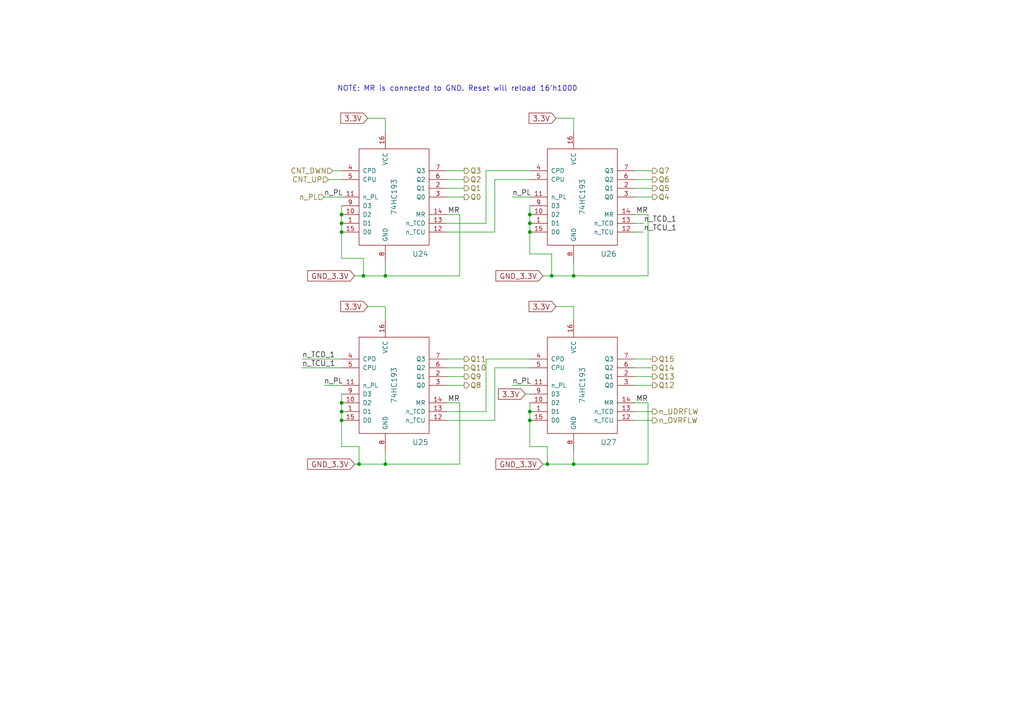
<source format=kicad_sch>
(kicad_sch (version 20230121) (generator eeschema)
  (paper "A4")
  (title_block (date "30 jan 2016"))
  (lib_symbols
    (symbol "arm_board-rescue:74HC193" (pin_names (offset 1.016))
      (property "Reference" "U" (at 7.62 -16.51 0))
      (property "Value" "74HC193" (at 0 0 90))
      (symbol "74HC193_0_1"
        (rectangle (start -10.16 13.97) (end 10.16 -13.97))
      )
      (symbol "74HC193_1_1"
        (pin input line (at -15.24 -7.62 0) (length 5.08) (name "D1") (number "1"))
        (pin input line (at -15.24 -5.08 0) (length 5.08) (name "D2") (number "10"))
        (pin input line (at -15.24 0 0) (length 5.08) (name "n_PL") (number "11"))
        (pin input line (at 15.24 -10.16 180) (length 5.08) (name "n_TCU") (number "12"))
        (pin input line (at 15.24 -7.62 180) (length 5.08) (name "n_TCD") (number "13"))
        (pin input line (at 15.24 -5.08 180) (length 5.08) (name "MR") (number "14"))
        (pin input line (at -15.24 -10.16 0) (length 5.08) (name "D0") (number "15"))
        (pin input line (at -2.54 19.05 270) (length 5.08) (name "VCC") (number "16"))
        (pin output line (at 15.24 2.54 180) (length 5.08) (name "Q1") (number "2"))
        (pin output line (at 15.24 0 180) (length 5.08) (name "Q0") (number "3"))
        (pin input line (at -15.24 7.62 0) (length 5.08) (name "CPD") (number "4"))
        (pin input line (at -15.24 5.08 0) (length 5.08) (name "CPU") (number "5"))
        (pin output line (at 15.24 5.08 180) (length 5.08) (name "Q2") (number "6"))
        (pin output line (at 15.24 7.62 180) (length 5.08) (name "Q3") (number "7"))
        (pin input line (at -2.54 -19.05 90) (length 5.08) (name "GND") (number "8"))
        (pin input line (at -15.24 -2.54 0) (length 5.08) (name "D3") (number "9"))
      )
    )
  )
  (junction (at 99.06 119.38))
  (junction (at 160.02 80.01))
  (junction (at 99.06 64.77))
  (junction (at 99.06 116.84))
  (junction (at 153.67 62.23))
  (junction (at 105.41 80.01))
  (junction (at 111.76 80.01))
  (junction (at 153.67 121.92))
  (junction (at 153.67 119.38))
  (junction (at 99.06 62.23))
  (junction (at 111.76 134.62))
  (junction (at 153.67 64.77))
  (junction (at 153.67 67.31))
  (junction (at 166.37 80.01))
  (junction (at 158.75 134.62))
  (junction (at 99.06 67.31))
  (junction (at 99.06 121.92))
  (junction (at 166.37 134.62))
  (junction (at 104.14 134.62))
  (wire (pts (xy 140.97 119.38) (xy 140.97 104.14)))
  (wire (pts (xy 99.06 121.92) (xy 99.06 129.54)))
  (wire (pts (xy 166.37 134.62) (xy 166.37 130.81)))
  (wire (pts (xy 111.76 80.01) (xy 133.35 80.01)))
  (wire (pts (xy 129.54 57.15) (xy 134.62 57.15)))
  (wire (pts (xy 99.06 114.3) (xy 99.06 116.84)))
  (wire (pts (xy 106.68 34.29) (xy 111.76 34.29)))
  (wire (pts (xy 87.63 104.14) (xy 99.06 104.14)))
  (wire (pts (xy 129.54 52.07) (xy 134.62 52.07)))
  (wire (pts (xy 129.54 111.76) (xy 134.62 111.76)))
  (wire (pts (xy 184.15 106.68) (xy 189.23 106.68)))
  (wire (pts (xy 102.87 80.01) (xy 105.41 80.01)))
  (wire (pts (xy 184.15 111.76) (xy 189.23 111.76)))
  (wire (pts (xy 187.96 134.62) (xy 187.96 116.84)))
  (wire (pts (xy 99.06 64.77) (xy 99.06 67.31)))
  (wire (pts (xy 166.37 88.9) (xy 166.37 92.71)))
  (wire (pts (xy 129.54 119.38) (xy 140.97 119.38)))
  (wire (pts (xy 158.75 129.54) (xy 158.75 134.62)))
  (wire (pts (xy 140.97 49.53) (xy 153.67 49.53)))
  (wire (pts (xy 148.59 57.15) (xy 153.67 57.15)))
  (wire (pts (xy 143.51 67.31) (xy 143.51 52.07)))
  (wire (pts (xy 187.96 62.23) (xy 184.15 62.23)))
  (wire (pts (xy 153.67 129.54) (xy 158.75 129.54)))
  (wire (pts (xy 166.37 134.62) (xy 187.96 134.62)))
  (wire (pts (xy 129.54 109.22) (xy 134.62 109.22)))
  (wire (pts (xy 87.63 106.68) (xy 99.06 106.68)))
  (wire (pts (xy 104.14 134.62) (xy 111.76 134.62)))
  (wire (pts (xy 184.15 64.77) (xy 186.69 64.77)))
  (wire (pts (xy 187.96 80.01) (xy 187.96 62.23)))
  (wire (pts (xy 129.54 54.61) (xy 134.62 54.61)))
  (wire (pts (xy 184.15 119.38) (xy 189.23 119.38)))
  (wire (pts (xy 184.15 104.14) (xy 189.23 104.14)))
  (wire (pts (xy 99.06 116.84) (xy 99.06 119.38)))
  (wire (pts (xy 166.37 80.01) (xy 166.37 76.2)))
  (wire (pts (xy 99.06 74.93) (xy 105.41 74.93)))
  (wire (pts (xy 148.59 111.76) (xy 153.67 111.76)))
  (wire (pts (xy 161.29 34.29) (xy 166.37 34.29)))
  (wire (pts (xy 129.54 121.92) (xy 143.51 121.92)))
  (wire (pts (xy 189.23 121.92) (xy 184.15 121.92)))
  (wire (pts (xy 153.67 67.31) (xy 153.67 73.66)))
  (wire (pts (xy 129.54 67.31) (xy 143.51 67.31)))
  (wire (pts (xy 129.54 104.14) (xy 134.62 104.14)))
  (wire (pts (xy 143.51 121.92) (xy 143.51 106.68)))
  (wire (pts (xy 153.67 62.23) (xy 153.67 64.77)))
  (wire (pts (xy 129.54 49.53) (xy 134.62 49.53)))
  (wire (pts (xy 133.35 62.23) (xy 129.54 62.23)))
  (wire (pts (xy 184.15 54.61) (xy 189.23 54.61)))
  (wire (pts (xy 140.97 64.77) (xy 140.97 49.53)))
  (wire (pts (xy 153.67 59.69) (xy 153.67 62.23)))
  (wire (pts (xy 184.15 57.15) (xy 189.23 57.15)))
  (wire (pts (xy 104.14 129.54) (xy 104.14 134.62)))
  (wire (pts (xy 129.54 64.77) (xy 140.97 64.77)))
  (wire (pts (xy 153.67 64.77) (xy 153.67 67.31)))
  (wire (pts (xy 106.68 88.9) (xy 111.76 88.9)))
  (wire (pts (xy 99.06 129.54) (xy 104.14 129.54)))
  (wire (pts (xy 99.06 119.38) (xy 99.06 121.92)))
  (wire (pts (xy 152.4 114.3) (xy 153.67 114.3)))
  (wire (pts (xy 143.51 52.07) (xy 153.67 52.07)))
  (wire (pts (xy 133.35 80.01) (xy 133.35 62.23)))
  (wire (pts (xy 99.06 59.69) (xy 99.06 62.23)))
  (wire (pts (xy 93.98 111.76) (xy 99.06 111.76)))
  (wire (pts (xy 153.67 73.66) (xy 160.02 73.66)))
  (wire (pts (xy 111.76 134.62) (xy 133.35 134.62)))
  (wire (pts (xy 99.06 67.31) (xy 99.06 74.93)))
  (wire (pts (xy 133.35 116.84) (xy 129.54 116.84)))
  (wire (pts (xy 184.15 67.31) (xy 186.69 67.31)))
  (wire (pts (xy 105.41 80.01) (xy 111.76 80.01)))
  (wire (pts (xy 161.29 88.9) (xy 166.37 88.9)))
  (wire (pts (xy 111.76 34.29) (xy 111.76 38.1)))
  (wire (pts (xy 95.25 52.07) (xy 99.06 52.07)))
  (wire (pts (xy 111.76 80.01) (xy 111.76 76.2)))
  (wire (pts (xy 153.67 119.38) (xy 153.67 121.92)))
  (wire (pts (xy 160.02 73.66) (xy 160.02 80.01)))
  (wire (pts (xy 160.02 80.01) (xy 166.37 80.01)))
  (wire (pts (xy 143.51 106.68) (xy 153.67 106.68)))
  (wire (pts (xy 133.35 134.62) (xy 133.35 116.84)))
  (wire (pts (xy 157.48 134.62) (xy 158.75 134.62)))
  (wire (pts (xy 99.06 62.23) (xy 99.06 64.77)))
  (wire (pts (xy 153.67 121.92) (xy 153.67 129.54)))
  (wire (pts (xy 166.37 80.01) (xy 187.96 80.01)))
  (wire (pts (xy 111.76 134.62) (xy 111.76 130.81)))
  (wire (pts (xy 96.52 49.53) (xy 99.06 49.53)))
  (wire (pts (xy 184.15 109.22) (xy 189.23 109.22)))
  (wire (pts (xy 129.54 106.68) (xy 134.62 106.68)))
  (wire (pts (xy 153.67 116.84) (xy 153.67 119.38)))
  (wire (pts (xy 184.15 49.53) (xy 189.23 49.53)))
  (wire (pts (xy 140.97 104.14) (xy 153.67 104.14)))
  (wire (pts (xy 102.87 134.62) (xy 104.14 134.62)))
  (wire (pts (xy 111.76 88.9) (xy 111.76 92.71)))
  (wire (pts (xy 166.37 34.29) (xy 166.37 38.1)))
  (wire (pts (xy 93.98 57.15) (xy 99.06 57.15)))
  (wire (pts (xy 187.96 116.84) (xy 184.15 116.84)))
  (wire (pts (xy 184.15 52.07) (xy 189.23 52.07)))
  (wire (pts (xy 158.75 134.62) (xy 166.37 134.62)))
  (wire (pts (xy 157.48 80.01) (xy 160.02 80.01)))
  (wire (pts (xy 105.41 74.93) (xy 105.41 80.01)))
  (text "NOTE: MR is connected to GND. Reset will reload 16'h1000" (at 97.79 26.67 0) (effects (font (size 1.524 1.524)) (justify left bottom)))
  (label "MR" (at 187.96 62.23 180) (effects (font (size 1.524 1.524))))
  (label "n_PL" (at 148.59 111.76 0) (effects (font (size 1.524 1.524))))
  (label "n_PL" (at 148.59 57.15 0) (effects (font (size 1.524 1.524))))
  (label "MR" (at 187.96 116.84 180) (effects (font (size 1.524 1.524))))
  (label "n_TCU_1" (at 87.63 106.68 0) (effects (font (size 1.524 1.524))))
  (label "MR" (at 133.35 116.84 180) (effects (font (size 1.524 1.524))))
  (label "MR" (at 133.35 62.23 180) (effects (font (size 1.524 1.524))))
  (label "n_PL" (at 93.98 111.76 0) (effects (font (size 1.524 1.524))))
  (label "n_TCD_1" (at 186.69 64.77 0) (effects (font (size 1.524 1.524))))
  (label "n_PL" (at 93.98 57.15 0) (effects (font (size 1.524 1.524))))
  (label "n_TCU_1" (at 186.69 67.31 0) (effects (font (size 1.524 1.524))))
  (label "n_TCD_1" (at 87.63 104.14 0) (effects (font (size 1.524 1.524))))
  (global_label "3.3V" (shape input) (at 152.4 114.3 180) (effects (font (size 1.524 1.524))) (property "Intersheetrefs" "${INTERSHEET_REFS}" (effects hide)))
  (global_label "GND_3.3V" (shape input) (at 157.48 134.62 180) (effects (font (size 1.524 1.524))) (property "Intersheetrefs" "${INTERSHEET_REFS}" (effects hide)))
  (global_label "3.3V" (shape input) (at 161.29 34.29 180) (effects (font (size 1.524 1.524))) (property "Intersheetrefs" "${INTERSHEET_REFS}" (effects hide)))
  (global_label "GND_3.3V" (shape input) (at 102.87 80.01 180) (effects (font (size 1.524 1.524))) (property "Intersheetrefs" "${INTERSHEET_REFS}" (effects hide)))
  (global_label "GND_3.3V" (shape input) (at 102.87 134.62 180) (effects (font (size 1.524 1.524))) (property "Intersheetrefs" "${INTERSHEET_REFS}" (effects hide)))
  (global_label "3.3V" (shape input) (at 106.68 88.9 180) (effects (font (size 1.524 1.524))) (property "Intersheetrefs" "${INTERSHEET_REFS}" (effects hide)))
  (global_label "GND_3.3V" (shape input) (at 157.48 80.01 180) (effects (font (size 1.524 1.524))) (property "Intersheetrefs" "${INTERSHEET_REFS}" (effects hide)))
  (global_label "3.3V" (shape input) (at 106.68 34.29 180) (effects (font (size 1.524 1.524))) (property "Intersheetrefs" "${INTERSHEET_REFS}" (effects hide)))
  (global_label "3.3V" (shape input) (at 161.29 88.9 180) (effects (font (size 1.524 1.524))) (property "Intersheetrefs" "${INTERSHEET_REFS}" (effects hide)))
  (hierarchical_label "CNT_DWN" (shape input) (at 96.52 49.53 180) (effects (font (size 1.524 1.524))))
  (hierarchical_label "Q0" (shape output) (at 134.62 57.15 0) (effects (font (size 1.524 1.524))))
  (hierarchical_label "Q8" (shape output) (at 134.62 111.76 0) (effects (font (size 1.524 1.524))))
  (hierarchical_label "n_PL" (shape input) (at 93.98 57.15 180) (effects (font (size 1.524 1.524))))
  (hierarchical_label "n_OVRFLW" (shape output) (at 189.23 121.92 0) (effects (font (size 1.524 1.524))))
  (hierarchical_label "Q11" (shape output) (at 134.62 104.14 0) (effects (font (size 1.524 1.524))))
  (hierarchical_label "CNT_UP" (shape input) (at 95.25 52.07 180) (effects (font (size 1.524 1.524))))
  (hierarchical_label "Q7" (shape output) (at 189.23 49.53 0) (effects (font (size 1.524 1.524))))
  (hierarchical_label "Q10" (shape output) (at 134.62 106.68 0) (effects (font (size 1.524 1.524))))
  (hierarchical_label "Q1" (shape output) (at 134.62 54.61 0) (effects (font (size 1.524 1.524))))
  (hierarchical_label "n_UDRFLW" (shape output) (at 189.23 119.38 0) (effects (font (size 1.524 1.524))))
  (hierarchical_label "Q14" (shape output) (at 189.23 106.68 0) (effects (font (size 1.524 1.524))))
  (hierarchical_label "Q12" (shape output) (at 189.23 111.76 0) (effects (font (size 1.524 1.524))))
  (hierarchical_label "Q3" (shape output) (at 134.62 49.53 0) (effects (font (size 1.524 1.524))))
  (hierarchical_label "Q13" (shape output) (at 189.23 109.22 0) (effects (font (size 1.524 1.524))))
  (hierarchical_label "Q15" (shape output) (at 189.23 104.14 0) (effects (font (size 1.524 1.524))))
  (hierarchical_label "Q9" (shape output) (at 134.62 109.22 0) (effects (font (size 1.524 1.524))))
  (hierarchical_label "Q4" (shape output) (at 189.23 57.15 0) (effects (font (size 1.524 1.524))))
  (hierarchical_label "Q6" (shape output) (at 189.23 52.07 0) (effects (font (size 1.524 1.524))))
  (hierarchical_label "Q5" (shape output) (at 189.23 54.61 0) (effects (font (size 1.524 1.524))))
  (hierarchical_label "Q2" (shape output) (at 134.62 52.07 0) (effects (font (size 1.524 1.524))))
  (symbol (lib_id "arm_board-rescue:74HC193") (at 114.3 57.15 0) (unit 1)
    (property "Reference" "U24" (at 121.92 73.66 0) (effects (font (size 1.524 1.524))))
    (property "Value" "74HC193" (at 114.3 57.15 90) (effects (font (size 1.524 1.524))))
    (property "Footprint" "ArmFootprints:SOIC-16" (effects hide))
    (instances (project "arm_board" (path "" (reference "U24") (unit 1)) (path "" (reference "U38") (unit 1)) (path "" (reference "U52") (unit 1)) (path "" (reference "U31") (unit 1)) (path "" (reference "U17") (unit 1)) (path "" (reference "U45") (unit 1))))
  )
  (symbol (lib_id "arm_board-rescue:74HC193") (at 168.91 57.15 0) (unit 1)
    (property "Reference" "U26" (at 176.53 73.66 0) (effects (font (size 1.524 1.524))))
    (property "Value" "74HC193" (at 168.91 57.15 90) (effects (font (size 1.524 1.524))))
    (property "Footprint" "ArmFootprints:SOIC-16" (effects hide))
    (instances (project "arm_board" (path "" (reference "U26") (unit 1)) (path "" (reference "U40") (unit 1)) (path "" (reference "U54") (unit 1)) (path "" (reference "U33") (unit 1)) (path "" (reference "U19") (unit 1)) (path "" (reference "U47") (unit 1))))
  )
  (symbol (lib_id "arm_board-rescue:74HC193") (at 114.3 111.76 0) (unit 1)
    (property "Reference" "U25" (at 121.92 128.27 0) (effects (font (size 1.524 1.524))))
    (property "Value" "74HC193" (at 114.3 111.76 90) (effects (font (size 1.524 1.524))))
    (property "Footprint" "ArmFootprints:SOIC-16" (effects hide))
    (instances (project "arm_board" (path "" (reference "U25") (unit 1)) (path "" (reference "U39") (unit 1)) (path "" (reference "U53") (unit 1)) (path "" (reference "U32") (unit 1)) (path "" (reference "U18") (unit 1)) (path "" (reference "U46") (unit 1))))
  )
  (symbol (lib_id "arm_board-rescue:74HC193") (at 168.91 111.76 0) (unit 1)
    (property "Reference" "U27" (at 176.53 128.27 0) (effects (font (size 1.524 1.524))))
    (property "Value" "74HC193" (at 168.91 111.76 90) (effects (font (size 1.524 1.524))))
    (property "Footprint" "ArmFootprints:SOIC-16" (effects hide))
    (instances (project "arm_board" (path "" (reference "U27") (unit 1)) (path "" (reference "U41") (unit 1)) (path "" (reference "U55") (unit 1)) (path "" (reference "U34") (unit 1)) (path "" (reference "U20") (unit 1)) (path "" (reference "U48") (unit 1))))
  )
)
</source>
